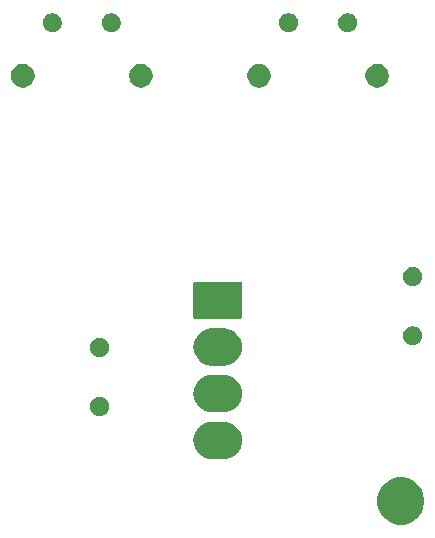
<source format=gbr>
G04 #@! TF.GenerationSoftware,KiCad,Pcbnew,5.1.6*
G04 #@! TF.CreationDate,2020-09-24T11:39:39+02:00*
G04 #@! TF.ProjectId,main,6d61696e-2e6b-4696-9361-645f70636258,v1.00*
G04 #@! TF.SameCoordinates,Original*
G04 #@! TF.FileFunction,Soldermask,Bot*
G04 #@! TF.FilePolarity,Negative*
%FSLAX46Y46*%
G04 Gerber Fmt 4.6, Leading zero omitted, Abs format (unit mm)*
G04 Created by KiCad (PCBNEW 5.1.6) date 2020-09-24 11:39:39*
%MOMM*%
%LPD*%
G01*
G04 APERTURE LIST*
%ADD10C,0.100000*%
G04 APERTURE END LIST*
D10*
G36*
X166583377Y-135576858D02*
G01*
X166947353Y-135727622D01*
X166947355Y-135727623D01*
X167112251Y-135837803D01*
X167274925Y-135946498D01*
X167553502Y-136225075D01*
X167772378Y-136552647D01*
X167923142Y-136916623D01*
X168000000Y-137303016D01*
X168000000Y-137696984D01*
X167923142Y-138083377D01*
X167772378Y-138447353D01*
X167772377Y-138447355D01*
X167553501Y-138774926D01*
X167274926Y-139053501D01*
X166947355Y-139272377D01*
X166947354Y-139272378D01*
X166947353Y-139272378D01*
X166583377Y-139423142D01*
X166196984Y-139500000D01*
X165803016Y-139500000D01*
X165416623Y-139423142D01*
X165052647Y-139272378D01*
X165052646Y-139272378D01*
X165052645Y-139272377D01*
X164725074Y-139053501D01*
X164446499Y-138774926D01*
X164227623Y-138447355D01*
X164227622Y-138447353D01*
X164076858Y-138083377D01*
X164000000Y-137696984D01*
X164000000Y-137303016D01*
X164076858Y-136916623D01*
X164227622Y-136552647D01*
X164446498Y-136225075D01*
X164725075Y-135946498D01*
X164887749Y-135837803D01*
X165052645Y-135727623D01*
X165052647Y-135727622D01*
X165416623Y-135576858D01*
X165803016Y-135500000D01*
X166196984Y-135500000D01*
X166583377Y-135576858D01*
G37*
G36*
X151124985Y-130807621D02*
G01*
X151279734Y-130822862D01*
X151500071Y-130889701D01*
X151577569Y-130913209D01*
X151852047Y-131059921D01*
X152092634Y-131257366D01*
X152290079Y-131497953D01*
X152436791Y-131772431D01*
X152436792Y-131772435D01*
X152527138Y-132070266D01*
X152557644Y-132380000D01*
X152527138Y-132689734D01*
X152460299Y-132910071D01*
X152436791Y-132987569D01*
X152290079Y-133262047D01*
X152092634Y-133502634D01*
X151852047Y-133700079D01*
X151577569Y-133846791D01*
X151500071Y-133870299D01*
X151279734Y-133937138D01*
X151124985Y-133952379D01*
X151047612Y-133960000D01*
X149952388Y-133960000D01*
X149875015Y-133952379D01*
X149720266Y-133937138D01*
X149499929Y-133870299D01*
X149422431Y-133846791D01*
X149147953Y-133700079D01*
X148907366Y-133502634D01*
X148709921Y-133262047D01*
X148563209Y-132987569D01*
X148539701Y-132910071D01*
X148472862Y-132689734D01*
X148442356Y-132380000D01*
X148472862Y-132070266D01*
X148563208Y-131772435D01*
X148563209Y-131772431D01*
X148709921Y-131497953D01*
X148907366Y-131257366D01*
X149147953Y-131059921D01*
X149422431Y-130913209D01*
X149499929Y-130889701D01*
X149720266Y-130822862D01*
X149875015Y-130807621D01*
X149952388Y-130800000D01*
X151047612Y-130800000D01*
X151124985Y-130807621D01*
G37*
G36*
X140733351Y-128730743D02*
G01*
X140878941Y-128791048D01*
X141009970Y-128878599D01*
X141121401Y-128990030D01*
X141208952Y-129121059D01*
X141269257Y-129266649D01*
X141300000Y-129421206D01*
X141300000Y-129578794D01*
X141269257Y-129733351D01*
X141208952Y-129878941D01*
X141121401Y-130009970D01*
X141009970Y-130121401D01*
X140878941Y-130208952D01*
X140733351Y-130269257D01*
X140578794Y-130300000D01*
X140421206Y-130300000D01*
X140266649Y-130269257D01*
X140121059Y-130208952D01*
X139990030Y-130121401D01*
X139878599Y-130009970D01*
X139791048Y-129878941D01*
X139730743Y-129733351D01*
X139700000Y-129578794D01*
X139700000Y-129421206D01*
X139730743Y-129266649D01*
X139791048Y-129121059D01*
X139878599Y-128990030D01*
X139990030Y-128878599D01*
X140121059Y-128791048D01*
X140266649Y-128730743D01*
X140421206Y-128700000D01*
X140578794Y-128700000D01*
X140733351Y-128730743D01*
G37*
G36*
X151124985Y-126847621D02*
G01*
X151279734Y-126862862D01*
X151500071Y-126929701D01*
X151577569Y-126953209D01*
X151852047Y-127099921D01*
X152092634Y-127297366D01*
X152290079Y-127537953D01*
X152436791Y-127812431D01*
X152436792Y-127812435D01*
X152527138Y-128110266D01*
X152557644Y-128420000D01*
X152527138Y-128729734D01*
X152508538Y-128791049D01*
X152436791Y-129027569D01*
X152290079Y-129302047D01*
X152092634Y-129542634D01*
X151852047Y-129740079D01*
X151577569Y-129886791D01*
X151500071Y-129910299D01*
X151279734Y-129977138D01*
X151124985Y-129992379D01*
X151047612Y-130000000D01*
X149952388Y-130000000D01*
X149875015Y-129992379D01*
X149720266Y-129977138D01*
X149499929Y-129910299D01*
X149422431Y-129886791D01*
X149147953Y-129740079D01*
X148907366Y-129542634D01*
X148709921Y-129302047D01*
X148563209Y-129027569D01*
X148491462Y-128791049D01*
X148472862Y-128729734D01*
X148442356Y-128420000D01*
X148472862Y-128110266D01*
X148563208Y-127812435D01*
X148563209Y-127812431D01*
X148709921Y-127537953D01*
X148907366Y-127297366D01*
X149147953Y-127099921D01*
X149422431Y-126953209D01*
X149499929Y-126929701D01*
X149720266Y-126862862D01*
X149875015Y-126847621D01*
X149952388Y-126840000D01*
X151047612Y-126840000D01*
X151124985Y-126847621D01*
G37*
G36*
X151124985Y-122887621D02*
G01*
X151279734Y-122902862D01*
X151500071Y-122969701D01*
X151577569Y-122993209D01*
X151852047Y-123139921D01*
X152092634Y-123337366D01*
X152290079Y-123577953D01*
X152436791Y-123852431D01*
X152436792Y-123852435D01*
X152527138Y-124150266D01*
X152557644Y-124460000D01*
X152527138Y-124769734D01*
X152494010Y-124878941D01*
X152436791Y-125067569D01*
X152290079Y-125342047D01*
X152092634Y-125582634D01*
X151852047Y-125780079D01*
X151577569Y-125926791D01*
X151500071Y-125950299D01*
X151279734Y-126017138D01*
X151124985Y-126032379D01*
X151047612Y-126040000D01*
X149952388Y-126040000D01*
X149875015Y-126032379D01*
X149720266Y-126017138D01*
X149499929Y-125950299D01*
X149422431Y-125926791D01*
X149147953Y-125780079D01*
X148907366Y-125582634D01*
X148709921Y-125342047D01*
X148563209Y-125067569D01*
X148505990Y-124878941D01*
X148472862Y-124769734D01*
X148442356Y-124460000D01*
X148472862Y-124150266D01*
X148563208Y-123852435D01*
X148563209Y-123852431D01*
X148709921Y-123577953D01*
X148907366Y-123337366D01*
X149147953Y-123139921D01*
X149422431Y-122993209D01*
X149499929Y-122969701D01*
X149720266Y-122902862D01*
X149875015Y-122887621D01*
X149952388Y-122880000D01*
X151047612Y-122880000D01*
X151124985Y-122887621D01*
G37*
G36*
X140733351Y-123730743D02*
G01*
X140878941Y-123791048D01*
X141009970Y-123878599D01*
X141121401Y-123990030D01*
X141208952Y-124121059D01*
X141269257Y-124266649D01*
X141300000Y-124421206D01*
X141300000Y-124578794D01*
X141269257Y-124733351D01*
X141208952Y-124878941D01*
X141121401Y-125009970D01*
X141009970Y-125121401D01*
X140878941Y-125208952D01*
X140733351Y-125269257D01*
X140578794Y-125300000D01*
X140421206Y-125300000D01*
X140266649Y-125269257D01*
X140121059Y-125208952D01*
X139990030Y-125121401D01*
X139878599Y-125009970D01*
X139791048Y-124878941D01*
X139730743Y-124733351D01*
X139700000Y-124578794D01*
X139700000Y-124421206D01*
X139730743Y-124266649D01*
X139791048Y-124121059D01*
X139878599Y-123990030D01*
X139990030Y-123878599D01*
X140121059Y-123791048D01*
X140266649Y-123730743D01*
X140421206Y-123700000D01*
X140578794Y-123700000D01*
X140733351Y-123730743D01*
G37*
G36*
X167233351Y-122730743D02*
G01*
X167378941Y-122791048D01*
X167509970Y-122878599D01*
X167621401Y-122990030D01*
X167708952Y-123121059D01*
X167769257Y-123266649D01*
X167800000Y-123421206D01*
X167800000Y-123578794D01*
X167769257Y-123733351D01*
X167708952Y-123878941D01*
X167621401Y-124009970D01*
X167509970Y-124121401D01*
X167378941Y-124208952D01*
X167233351Y-124269257D01*
X167078794Y-124300000D01*
X166921206Y-124300000D01*
X166766649Y-124269257D01*
X166621059Y-124208952D01*
X166490030Y-124121401D01*
X166378599Y-124009970D01*
X166291048Y-123878941D01*
X166230743Y-123733351D01*
X166200000Y-123578794D01*
X166200000Y-123421206D01*
X166230743Y-123266649D01*
X166291048Y-123121059D01*
X166378599Y-122990030D01*
X166490030Y-122878599D01*
X166621059Y-122791048D01*
X166766649Y-122730743D01*
X166921206Y-122700000D01*
X167078794Y-122700000D01*
X167233351Y-122730743D01*
G37*
G36*
X152433346Y-118923375D02*
G01*
X152460398Y-118931581D01*
X152485319Y-118944902D01*
X152507168Y-118962832D01*
X152525098Y-118984681D01*
X152538419Y-119009602D01*
X152546625Y-119036654D01*
X152550000Y-119070920D01*
X152550000Y-121929080D01*
X152546625Y-121963346D01*
X152538419Y-121990398D01*
X152525098Y-122015319D01*
X152507168Y-122037168D01*
X152485319Y-122055098D01*
X152460398Y-122068419D01*
X152433346Y-122076625D01*
X152399080Y-122080000D01*
X148600920Y-122080000D01*
X148566654Y-122076625D01*
X148539602Y-122068419D01*
X148514681Y-122055098D01*
X148492832Y-122037168D01*
X148474902Y-122015319D01*
X148461581Y-121990398D01*
X148453375Y-121963346D01*
X148450000Y-121929080D01*
X148450000Y-119070920D01*
X148453375Y-119036654D01*
X148461581Y-119009602D01*
X148474902Y-118984681D01*
X148492832Y-118962832D01*
X148514681Y-118944902D01*
X148539602Y-118931581D01*
X148566654Y-118923375D01*
X148600920Y-118920000D01*
X152399080Y-118920000D01*
X152433346Y-118923375D01*
G37*
G36*
X167233351Y-117730743D02*
G01*
X167378941Y-117791048D01*
X167509970Y-117878599D01*
X167621401Y-117990030D01*
X167708952Y-118121059D01*
X167769257Y-118266649D01*
X167800000Y-118421206D01*
X167800000Y-118578794D01*
X167769257Y-118733351D01*
X167708952Y-118878941D01*
X167621401Y-119009970D01*
X167509970Y-119121401D01*
X167378941Y-119208952D01*
X167233351Y-119269257D01*
X167078794Y-119300000D01*
X166921206Y-119300000D01*
X166766649Y-119269257D01*
X166621059Y-119208952D01*
X166490030Y-119121401D01*
X166378599Y-119009970D01*
X166291048Y-118878941D01*
X166230743Y-118733351D01*
X166200000Y-118578794D01*
X166200000Y-118421206D01*
X166230743Y-118266649D01*
X166291048Y-118121059D01*
X166378599Y-117990030D01*
X166490030Y-117878599D01*
X166621059Y-117791048D01*
X166766649Y-117730743D01*
X166921206Y-117700000D01*
X167078794Y-117700000D01*
X167233351Y-117730743D01*
G37*
G36*
X154227290Y-100525619D02*
G01*
X154291689Y-100538429D01*
X154473678Y-100613811D01*
X154637463Y-100723249D01*
X154776751Y-100862537D01*
X154886189Y-101026322D01*
X154961571Y-101208311D01*
X155000000Y-101401509D01*
X155000000Y-101598491D01*
X154961571Y-101791689D01*
X154886189Y-101973678D01*
X154776751Y-102137463D01*
X154637463Y-102276751D01*
X154473678Y-102386189D01*
X154291689Y-102461571D01*
X154227290Y-102474381D01*
X154098493Y-102500000D01*
X153901507Y-102500000D01*
X153772710Y-102474381D01*
X153708311Y-102461571D01*
X153526322Y-102386189D01*
X153362537Y-102276751D01*
X153223249Y-102137463D01*
X153113811Y-101973678D01*
X153038429Y-101791689D01*
X153000000Y-101598491D01*
X153000000Y-101401509D01*
X153038429Y-101208311D01*
X153113811Y-101026322D01*
X153223249Y-100862537D01*
X153362537Y-100723249D01*
X153526322Y-100613811D01*
X153708311Y-100538429D01*
X153772710Y-100525619D01*
X153901507Y-100500000D01*
X154098493Y-100500000D01*
X154227290Y-100525619D01*
G37*
G36*
X164227290Y-100525619D02*
G01*
X164291689Y-100538429D01*
X164473678Y-100613811D01*
X164637463Y-100723249D01*
X164776751Y-100862537D01*
X164886189Y-101026322D01*
X164961571Y-101208311D01*
X165000000Y-101401509D01*
X165000000Y-101598491D01*
X164961571Y-101791689D01*
X164886189Y-101973678D01*
X164776751Y-102137463D01*
X164637463Y-102276751D01*
X164473678Y-102386189D01*
X164291689Y-102461571D01*
X164227290Y-102474381D01*
X164098493Y-102500000D01*
X163901507Y-102500000D01*
X163772710Y-102474381D01*
X163708311Y-102461571D01*
X163526322Y-102386189D01*
X163362537Y-102276751D01*
X163223249Y-102137463D01*
X163113811Y-101973678D01*
X163038429Y-101791689D01*
X163000000Y-101598491D01*
X163000000Y-101401509D01*
X163038429Y-101208311D01*
X163113811Y-101026322D01*
X163223249Y-100862537D01*
X163362537Y-100723249D01*
X163526322Y-100613811D01*
X163708311Y-100538429D01*
X163772710Y-100525619D01*
X163901507Y-100500000D01*
X164098493Y-100500000D01*
X164227290Y-100525619D01*
G37*
G36*
X144227290Y-100525619D02*
G01*
X144291689Y-100538429D01*
X144473678Y-100613811D01*
X144637463Y-100723249D01*
X144776751Y-100862537D01*
X144886189Y-101026322D01*
X144961571Y-101208311D01*
X145000000Y-101401509D01*
X145000000Y-101598491D01*
X144961571Y-101791689D01*
X144886189Y-101973678D01*
X144776751Y-102137463D01*
X144637463Y-102276751D01*
X144473678Y-102386189D01*
X144291689Y-102461571D01*
X144227290Y-102474381D01*
X144098493Y-102500000D01*
X143901507Y-102500000D01*
X143772710Y-102474381D01*
X143708311Y-102461571D01*
X143526322Y-102386189D01*
X143362537Y-102276751D01*
X143223249Y-102137463D01*
X143113811Y-101973678D01*
X143038429Y-101791689D01*
X143000000Y-101598491D01*
X143000000Y-101401509D01*
X143038429Y-101208311D01*
X143113811Y-101026322D01*
X143223249Y-100862537D01*
X143362537Y-100723249D01*
X143526322Y-100613811D01*
X143708311Y-100538429D01*
X143772710Y-100525619D01*
X143901507Y-100500000D01*
X144098493Y-100500000D01*
X144227290Y-100525619D01*
G37*
G36*
X134227290Y-100525619D02*
G01*
X134291689Y-100538429D01*
X134473678Y-100613811D01*
X134637463Y-100723249D01*
X134776751Y-100862537D01*
X134886189Y-101026322D01*
X134961571Y-101208311D01*
X135000000Y-101401509D01*
X135000000Y-101598491D01*
X134961571Y-101791689D01*
X134886189Y-101973678D01*
X134776751Y-102137463D01*
X134637463Y-102276751D01*
X134473678Y-102386189D01*
X134291689Y-102461571D01*
X134227290Y-102474381D01*
X134098493Y-102500000D01*
X133901507Y-102500000D01*
X133772710Y-102474381D01*
X133708311Y-102461571D01*
X133526322Y-102386189D01*
X133362537Y-102276751D01*
X133223249Y-102137463D01*
X133113811Y-101973678D01*
X133038429Y-101791689D01*
X133000000Y-101598491D01*
X133000000Y-101401509D01*
X133038429Y-101208311D01*
X133113811Y-101026322D01*
X133223249Y-100862537D01*
X133362537Y-100723249D01*
X133526322Y-100613811D01*
X133708311Y-100538429D01*
X133772710Y-100525619D01*
X133901507Y-100500000D01*
X134098493Y-100500000D01*
X134227290Y-100525619D01*
G37*
G36*
X161733351Y-96230743D02*
G01*
X161878941Y-96291048D01*
X162009970Y-96378599D01*
X162121401Y-96490030D01*
X162208952Y-96621059D01*
X162269257Y-96766649D01*
X162300000Y-96921206D01*
X162300000Y-97078794D01*
X162269257Y-97233351D01*
X162208952Y-97378941D01*
X162121401Y-97509970D01*
X162009970Y-97621401D01*
X161878941Y-97708952D01*
X161733351Y-97769257D01*
X161578794Y-97800000D01*
X161421206Y-97800000D01*
X161266649Y-97769257D01*
X161121059Y-97708952D01*
X160990030Y-97621401D01*
X160878599Y-97509970D01*
X160791048Y-97378941D01*
X160730743Y-97233351D01*
X160700000Y-97078794D01*
X160700000Y-96921206D01*
X160730743Y-96766649D01*
X160791048Y-96621059D01*
X160878599Y-96490030D01*
X160990030Y-96378599D01*
X161121059Y-96291048D01*
X161266649Y-96230743D01*
X161421206Y-96200000D01*
X161578794Y-96200000D01*
X161733351Y-96230743D01*
G37*
G36*
X141733351Y-96230743D02*
G01*
X141878941Y-96291048D01*
X142009970Y-96378599D01*
X142121401Y-96490030D01*
X142208952Y-96621059D01*
X142269257Y-96766649D01*
X142300000Y-96921206D01*
X142300000Y-97078794D01*
X142269257Y-97233351D01*
X142208952Y-97378941D01*
X142121401Y-97509970D01*
X142009970Y-97621401D01*
X141878941Y-97708952D01*
X141733351Y-97769257D01*
X141578794Y-97800000D01*
X141421206Y-97800000D01*
X141266649Y-97769257D01*
X141121059Y-97708952D01*
X140990030Y-97621401D01*
X140878599Y-97509970D01*
X140791048Y-97378941D01*
X140730743Y-97233351D01*
X140700000Y-97078794D01*
X140700000Y-96921206D01*
X140730743Y-96766649D01*
X140791048Y-96621059D01*
X140878599Y-96490030D01*
X140990030Y-96378599D01*
X141121059Y-96291048D01*
X141266649Y-96230743D01*
X141421206Y-96200000D01*
X141578794Y-96200000D01*
X141733351Y-96230743D01*
G37*
G36*
X136733351Y-96230743D02*
G01*
X136878941Y-96291048D01*
X137009970Y-96378599D01*
X137121401Y-96490030D01*
X137208952Y-96621059D01*
X137269257Y-96766649D01*
X137300000Y-96921206D01*
X137300000Y-97078794D01*
X137269257Y-97233351D01*
X137208952Y-97378941D01*
X137121401Y-97509970D01*
X137009970Y-97621401D01*
X136878941Y-97708952D01*
X136733351Y-97769257D01*
X136578794Y-97800000D01*
X136421206Y-97800000D01*
X136266649Y-97769257D01*
X136121059Y-97708952D01*
X135990030Y-97621401D01*
X135878599Y-97509970D01*
X135791048Y-97378941D01*
X135730743Y-97233351D01*
X135700000Y-97078794D01*
X135700000Y-96921206D01*
X135730743Y-96766649D01*
X135791048Y-96621059D01*
X135878599Y-96490030D01*
X135990030Y-96378599D01*
X136121059Y-96291048D01*
X136266649Y-96230743D01*
X136421206Y-96200000D01*
X136578794Y-96200000D01*
X136733351Y-96230743D01*
G37*
G36*
X156733351Y-96230743D02*
G01*
X156878941Y-96291048D01*
X157009970Y-96378599D01*
X157121401Y-96490030D01*
X157208952Y-96621059D01*
X157269257Y-96766649D01*
X157300000Y-96921206D01*
X157300000Y-97078794D01*
X157269257Y-97233351D01*
X157208952Y-97378941D01*
X157121401Y-97509970D01*
X157009970Y-97621401D01*
X156878941Y-97708952D01*
X156733351Y-97769257D01*
X156578794Y-97800000D01*
X156421206Y-97800000D01*
X156266649Y-97769257D01*
X156121059Y-97708952D01*
X155990030Y-97621401D01*
X155878599Y-97509970D01*
X155791048Y-97378941D01*
X155730743Y-97233351D01*
X155700000Y-97078794D01*
X155700000Y-96921206D01*
X155730743Y-96766649D01*
X155791048Y-96621059D01*
X155878599Y-96490030D01*
X155990030Y-96378599D01*
X156121059Y-96291048D01*
X156266649Y-96230743D01*
X156421206Y-96200000D01*
X156578794Y-96200000D01*
X156733351Y-96230743D01*
G37*
M02*

</source>
